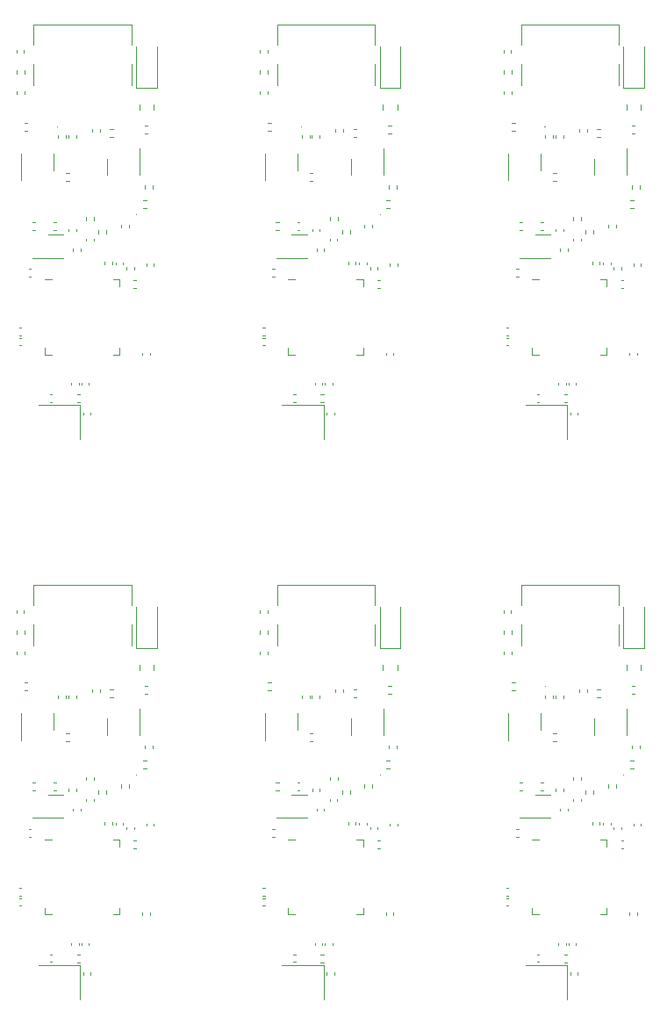
<source format=gbr>
%TF.GenerationSoftware,KiCad,Pcbnew,7.0.9*%
%TF.CreationDate,2024-05-10T15:48:25-04:00*%
%TF.ProjectId,panel,70616e65-6c2e-46b6-9963-61645f706362,rev?*%
%TF.SameCoordinates,Original*%
%TF.FileFunction,Legend,Top*%
%TF.FilePolarity,Positive*%
%FSLAX46Y46*%
G04 Gerber Fmt 4.6, Leading zero omitted, Abs format (unit mm)*
G04 Created by KiCad (PCBNEW 7.0.9) date 2024-05-10 15:48:25*
%MOMM*%
%LPD*%
G01*
G04 APERTURE LIST*
%ADD10C,0.120000*%
%ADD11C,0.100000*%
G04 APERTURE END LIST*
D10*
%TO.C,C4*%
X129912164Y-49480000D02*
X130127836Y-49480000D01*
X129912164Y-50200000D02*
X130127836Y-50200000D01*
%TO.C,C12*%
X176220000Y-102407836D02*
X176220000Y-102192164D01*
X176940000Y-102407836D02*
X176940000Y-102192164D01*
%TO.C,C2*%
X172570000Y-113352164D02*
X172570000Y-113567836D01*
X171850000Y-113352164D02*
X171850000Y-113567836D01*
%TO.C,R7*%
X124723641Y-115250000D02*
X124416359Y-115250000D01*
X124723641Y-114490000D02*
X124416359Y-114490000D01*
%TO.C,Y1*%
X171710000Y-118760000D02*
X171710000Y-115460000D01*
X171710000Y-115460000D02*
X167710000Y-115460000D01*
%TO.C,C1*%
X171030000Y-100627836D02*
X171030000Y-100412164D01*
X171750000Y-100627836D02*
X171750000Y-100412164D01*
%TO.C,C19*%
X170620000Y-98727836D02*
X170620000Y-98512164D01*
X171340000Y-98727836D02*
X171340000Y-98512164D01*
%TO.C,R6*%
X119356359Y-88270000D02*
X119663641Y-88270000D01*
X119356359Y-89030000D02*
X119663641Y-89030000D01*
%TO.C,C16*%
X169387836Y-98620000D02*
X169172164Y-98620000D01*
X169387836Y-97900000D02*
X169172164Y-97900000D01*
D11*
%TO.C,D2*%
X169620000Y-88650000D02*
G75*
G03*
X169620000Y-88650000I-50000J0D01*
G01*
D10*
%TO.C,C3*%
X174110000Y-101917836D02*
X174110000Y-101702164D01*
X174830000Y-101917836D02*
X174830000Y-101702164D01*
X127110000Y-101917836D02*
X127110000Y-101702164D01*
X127830000Y-101917836D02*
X127830000Y-101702164D01*
%TO.C,C11*%
X128170000Y-47957836D02*
X128170000Y-47742164D01*
X128890000Y-47957836D02*
X128890000Y-47742164D01*
%TO.C,F1*%
X131850000Y-86511422D02*
X131850000Y-87028578D01*
X130430000Y-86511422D02*
X130430000Y-87028578D01*
%TO.C,C6*%
X124600000Y-113342164D02*
X124600000Y-113557836D01*
X123880000Y-113342164D02*
X123880000Y-113557836D01*
%TO.C,R3*%
X131760000Y-40316359D02*
X131760000Y-40623641D01*
X131000000Y-40316359D02*
X131000000Y-40623641D01*
%TO.C,R8*%
X146856359Y-39140000D02*
X147163641Y-39140000D01*
X146856359Y-39900000D02*
X147163641Y-39900000D01*
%TO.C,C12*%
X129220000Y-102407836D02*
X129220000Y-102192164D01*
X129940000Y-102407836D02*
X129940000Y-102192164D01*
%TO.C,R3*%
X178760000Y-94316359D02*
X178760000Y-94623641D01*
X178000000Y-94316359D02*
X178000000Y-94623641D01*
%TO.C,C1*%
X124030000Y-46627836D02*
X124030000Y-46412164D01*
X124750000Y-46627836D02*
X124750000Y-46412164D01*
%TO.C,C14*%
X172730000Y-62202164D02*
X172730000Y-62417836D01*
X172010000Y-62202164D02*
X172010000Y-62417836D01*
%TO.C,U2*%
X143630000Y-47310000D02*
X146630000Y-47310000D01*
X145130000Y-45090000D02*
X146630000Y-45090000D01*
%TO.C,C16*%
X145887836Y-98620000D02*
X145672164Y-98620000D01*
X145887836Y-97900000D02*
X145672164Y-97900000D01*
%TO.C,C9*%
X166997836Y-49120000D02*
X166782164Y-49120000D01*
X166997836Y-48400000D02*
X166782164Y-48400000D01*
%TO.C,R8*%
X170356359Y-93140000D02*
X170663641Y-93140000D01*
X170356359Y-93900000D02*
X170663641Y-93900000D01*
%TO.C,C15*%
X121802164Y-114470000D02*
X122017836Y-114470000D01*
X121802164Y-115190000D02*
X122017836Y-115190000D01*
%TO.C,U1*%
X144815000Y-56620000D02*
X144815000Y-55970000D01*
X145465000Y-49400000D02*
X144815000Y-49400000D01*
X145465000Y-56620000D02*
X144815000Y-56620000D01*
X151385000Y-49400000D02*
X152035000Y-49400000D01*
X151385000Y-56620000D02*
X152035000Y-56620000D01*
X152035000Y-49400000D02*
X152035000Y-50050000D01*
X152035000Y-56620000D02*
X152035000Y-55970000D01*
%TO.C,J4*%
X176660000Y-84650000D02*
X176660000Y-82650000D01*
X176660000Y-80750000D02*
X176660000Y-78850000D01*
X176660000Y-78850000D02*
X167260000Y-78850000D01*
X167260000Y-84650000D02*
X167260000Y-82650000D01*
X167260000Y-80750000D02*
X167260000Y-78850000D01*
%TO.C,C10*%
X178110000Y-48077836D02*
X178110000Y-47862164D01*
X178830000Y-48077836D02*
X178830000Y-47862164D01*
%TO.C,C3*%
X150610000Y-47917836D02*
X150610000Y-47702164D01*
X151330000Y-47917836D02*
X151330000Y-47702164D01*
%TO.C,D3*%
X130150000Y-30937500D02*
X132150000Y-30937500D01*
X130150000Y-30937500D02*
X130150000Y-26927500D01*
X132150000Y-30937500D02*
X132150000Y-26927500D01*
%TO.C,R6*%
X142856359Y-88270000D02*
X143163641Y-88270000D01*
X142856359Y-89030000D02*
X143163641Y-89030000D01*
%TO.C,R7*%
X148223641Y-115250000D02*
X147916359Y-115250000D01*
X148223641Y-114490000D02*
X147916359Y-114490000D01*
%TO.C,R4*%
X154603641Y-96540000D02*
X154296359Y-96540000D01*
X154603641Y-95780000D02*
X154296359Y-95780000D01*
%TO.C,U1*%
X144815000Y-110620000D02*
X144815000Y-109970000D01*
X145465000Y-103400000D02*
X144815000Y-103400000D01*
X145465000Y-110620000D02*
X144815000Y-110620000D01*
X151385000Y-103400000D02*
X152035000Y-103400000D01*
X151385000Y-110620000D02*
X152035000Y-110620000D01*
X152035000Y-103400000D02*
X152035000Y-104050000D01*
X152035000Y-110620000D02*
X152035000Y-109970000D01*
%TO.C,C7*%
X178450000Y-110452164D02*
X178450000Y-110667836D01*
X177730000Y-110452164D02*
X177730000Y-110667836D01*
%TO.C,U2*%
X167130000Y-101310000D02*
X170130000Y-101310000D01*
X168630000Y-99090000D02*
X170130000Y-99090000D01*
%TO.C,C13*%
X142557836Y-54780000D02*
X142342164Y-54780000D01*
X142557836Y-54060000D02*
X142342164Y-54060000D01*
%TO.C,C11*%
X151670000Y-47957836D02*
X151670000Y-47742164D01*
X152390000Y-47957836D02*
X152390000Y-47742164D01*
%TO.C,C5*%
X172300000Y-99687836D02*
X172300000Y-99472164D01*
X173020000Y-99687836D02*
X173020000Y-99472164D01*
%TO.C,R14*%
X171350000Y-89466359D02*
X171350000Y-89773641D01*
X170590000Y-89466359D02*
X170590000Y-89773641D01*
%TO.C,R15*%
X154743641Y-35340000D02*
X154436359Y-35340000D01*
X154743641Y-34580000D02*
X154436359Y-34580000D01*
%TO.C,C1*%
X147530000Y-46627836D02*
X147530000Y-46412164D01*
X148250000Y-46627836D02*
X148250000Y-46412164D01*
%TO.C,FB1*%
X127606359Y-34930000D02*
X127913641Y-34930000D01*
X127606359Y-35690000D02*
X127913641Y-35690000D01*
%TO.C,R9*%
X167106359Y-43880000D02*
X167413641Y-43880000D01*
X167106359Y-44640000D02*
X167413641Y-44640000D01*
%TO.C,C1*%
X147530000Y-100627836D02*
X147530000Y-100412164D01*
X148250000Y-100627836D02*
X148250000Y-100412164D01*
%TO.C,F1*%
X155350000Y-86511422D02*
X155350000Y-87028578D01*
X153930000Y-86511422D02*
X153930000Y-87028578D01*
%TO.C,C16*%
X169387836Y-44620000D02*
X169172164Y-44620000D01*
X169387836Y-43900000D02*
X169172164Y-43900000D01*
%TO.C,C10*%
X131110000Y-102077836D02*
X131110000Y-101862164D01*
X131830000Y-102077836D02*
X131830000Y-101862164D01*
%TO.C,C4*%
X153412164Y-103480000D02*
X153627836Y-103480000D01*
X153412164Y-104200000D02*
X153627836Y-104200000D01*
%TO.C,C19*%
X170620000Y-44727836D02*
X170620000Y-44512164D01*
X171340000Y-44727836D02*
X171340000Y-44512164D01*
%TO.C,Q1*%
X166060000Y-92040000D02*
X166060000Y-93840000D01*
X166060000Y-92040000D02*
X166060000Y-91240000D01*
X169180000Y-92040000D02*
X169180000Y-92840000D01*
X169180000Y-92040000D02*
X169180000Y-91240000D01*
%TO.C,R11*%
X150140000Y-88876359D02*
X150140000Y-89183641D01*
X149380000Y-88876359D02*
X149380000Y-89183641D01*
%TO.C,C3*%
X174110000Y-47917836D02*
X174110000Y-47702164D01*
X174830000Y-47917836D02*
X174830000Y-47702164D01*
%TO.C,R2*%
X149990000Y-98963641D02*
X149990000Y-98656359D01*
X150750000Y-98963641D02*
X150750000Y-98656359D01*
%TO.C,R5*%
X176420000Y-98086359D02*
X176420000Y-98393641D01*
X175660000Y-98086359D02*
X175660000Y-98393641D01*
%TO.C,U1*%
X168315000Y-56620000D02*
X168315000Y-55970000D01*
X168965000Y-49400000D02*
X168315000Y-49400000D01*
X168965000Y-56620000D02*
X168315000Y-56620000D01*
X174885000Y-49400000D02*
X175535000Y-49400000D01*
X174885000Y-56620000D02*
X175535000Y-56620000D01*
X175535000Y-49400000D02*
X175535000Y-50050000D01*
X175535000Y-56620000D02*
X175535000Y-55970000D01*
%TO.C,Y1*%
X124710000Y-118760000D02*
X124710000Y-115460000D01*
X124710000Y-115460000D02*
X120710000Y-115460000D01*
%TO.C,R4*%
X178103641Y-42540000D02*
X177796359Y-42540000D01*
X178103641Y-41780000D02*
X177796359Y-41780000D01*
%TO.C,R10*%
X142080000Y-31543641D02*
X142080000Y-31236359D01*
X142840000Y-31543641D02*
X142840000Y-31236359D01*
%TO.C,R12*%
X166340000Y-83236359D02*
X166340000Y-83543641D01*
X165580000Y-83236359D02*
X165580000Y-83543641D01*
%TO.C,R8*%
X123356359Y-39140000D02*
X123663641Y-39140000D01*
X123356359Y-39900000D02*
X123663641Y-39900000D01*
%TO.C,U2*%
X143630000Y-101310000D02*
X146630000Y-101310000D01*
X145130000Y-99090000D02*
X146630000Y-99090000D01*
%TO.C,C1*%
X124030000Y-100627836D02*
X124030000Y-100412164D01*
X124750000Y-100627836D02*
X124750000Y-100412164D01*
D11*
%TO.C,D2*%
X146120000Y-34650000D02*
G75*
G03*
X146120000Y-34650000I-50000J0D01*
G01*
D10*
%TO.C,C2*%
X172570000Y-59352164D02*
X172570000Y-59567836D01*
X171850000Y-59352164D02*
X171850000Y-59567836D01*
%TO.C,R14*%
X147850000Y-89466359D02*
X147850000Y-89773641D01*
X147090000Y-89466359D02*
X147090000Y-89773641D01*
%TO.C,D3*%
X130150000Y-84937500D02*
X132150000Y-84937500D01*
X130150000Y-84937500D02*
X130150000Y-80927500D01*
X132150000Y-84937500D02*
X132150000Y-80927500D01*
%TO.C,R6*%
X166356359Y-88270000D02*
X166663641Y-88270000D01*
X166356359Y-89030000D02*
X166663641Y-89030000D01*
%TO.C,R13*%
X169620000Y-89773641D02*
X169620000Y-89466359D01*
X170380000Y-89773641D02*
X170380000Y-89466359D01*
%TO.C,R1*%
X148800000Y-97673641D02*
X148800000Y-97366359D01*
X149560000Y-97673641D02*
X149560000Y-97366359D01*
%TO.C,C6*%
X171600000Y-113342164D02*
X171600000Y-113557836D01*
X170880000Y-113342164D02*
X170880000Y-113557836D01*
%TO.C,C10*%
X131110000Y-48077836D02*
X131110000Y-47862164D01*
X131830000Y-48077836D02*
X131830000Y-47862164D01*
%TO.C,Y1*%
X124710000Y-64760000D02*
X124710000Y-61460000D01*
X124710000Y-61460000D02*
X120710000Y-61460000D01*
%TO.C,C14*%
X172730000Y-116202164D02*
X172730000Y-116417836D01*
X172010000Y-116202164D02*
X172010000Y-116417836D01*
%TO.C,R5*%
X152920000Y-98086359D02*
X152920000Y-98393641D01*
X152160000Y-98086359D02*
X152160000Y-98393641D01*
%TO.C,Y1*%
X148210000Y-118760000D02*
X148210000Y-115460000D01*
X148210000Y-115460000D02*
X144210000Y-115460000D01*
%TO.C,C15*%
X145302164Y-114470000D02*
X145517836Y-114470000D01*
X145302164Y-115190000D02*
X145517836Y-115190000D01*
%TO.C,R10*%
X165580000Y-31543641D02*
X165580000Y-31236359D01*
X166340000Y-31543641D02*
X166340000Y-31236359D01*
%TO.C,R6*%
X166356359Y-34270000D02*
X166663641Y-34270000D01*
X166356359Y-35030000D02*
X166663641Y-35030000D01*
%TO.C,C15*%
X145302164Y-60470000D02*
X145517836Y-60470000D01*
X145302164Y-61190000D02*
X145517836Y-61190000D01*
%TO.C,C6*%
X171600000Y-59342164D02*
X171600000Y-59557836D01*
X170880000Y-59342164D02*
X170880000Y-59557836D01*
%TO.C,F1*%
X178850000Y-32511422D02*
X178850000Y-33028578D01*
X177430000Y-32511422D02*
X177430000Y-33028578D01*
%TO.C,R15*%
X131243641Y-89340000D02*
X130936359Y-89340000D01*
X131243641Y-88580000D02*
X130936359Y-88580000D01*
%TO.C,R13*%
X169620000Y-35773641D02*
X169620000Y-35466359D01*
X170380000Y-35773641D02*
X170380000Y-35466359D01*
%TO.C,C12*%
X129220000Y-48407836D02*
X129220000Y-48192164D01*
X129940000Y-48407836D02*
X129940000Y-48192164D01*
%TO.C,C3*%
X150610000Y-101917836D02*
X150610000Y-101702164D01*
X151330000Y-101917836D02*
X151330000Y-101702164D01*
%TO.C,C7*%
X178450000Y-56452164D02*
X178450000Y-56667836D01*
X177730000Y-56452164D02*
X177730000Y-56667836D01*
%TO.C,J4*%
X129660000Y-30650000D02*
X129660000Y-28650000D01*
X129660000Y-26750000D02*
X129660000Y-24850000D01*
X129660000Y-24850000D02*
X120260000Y-24850000D01*
X120260000Y-30650000D02*
X120260000Y-28650000D01*
X120260000Y-26750000D02*
X120260000Y-24850000D01*
%TO.C,C7*%
X154950000Y-110452164D02*
X154950000Y-110667836D01*
X154230000Y-110452164D02*
X154230000Y-110667836D01*
%TO.C,R14*%
X124350000Y-89466359D02*
X124350000Y-89773641D01*
X123590000Y-89466359D02*
X123590000Y-89773641D01*
%TO.C,C15*%
X168802164Y-114470000D02*
X169017836Y-114470000D01*
X168802164Y-115190000D02*
X169017836Y-115190000D01*
%TO.C,R8*%
X146856359Y-93140000D02*
X147163641Y-93140000D01*
X146856359Y-93900000D02*
X147163641Y-93900000D01*
%TO.C,R2*%
X173490000Y-98963641D02*
X173490000Y-98656359D01*
X174250000Y-98963641D02*
X174250000Y-98656359D01*
%TO.C,C6*%
X124600000Y-59342164D02*
X124600000Y-59557836D01*
X123880000Y-59342164D02*
X123880000Y-59557836D01*
%TO.C,U2*%
X120130000Y-47310000D02*
X123130000Y-47310000D01*
X121630000Y-45090000D02*
X123130000Y-45090000D01*
%TO.C,C13*%
X166057836Y-54780000D02*
X165842164Y-54780000D01*
X166057836Y-54060000D02*
X165842164Y-54060000D01*
%TO.C,R5*%
X176420000Y-44086359D02*
X176420000Y-44393641D01*
X175660000Y-44086359D02*
X175660000Y-44393641D01*
%TO.C,C2*%
X125570000Y-59352164D02*
X125570000Y-59567836D01*
X124850000Y-59352164D02*
X124850000Y-59567836D01*
%TO.C,R11*%
X126640000Y-34876359D02*
X126640000Y-35183641D01*
X125880000Y-34876359D02*
X125880000Y-35183641D01*
%TO.C,U2*%
X167130000Y-47310000D02*
X170130000Y-47310000D01*
X168630000Y-45090000D02*
X170130000Y-45090000D01*
%TO.C,C16*%
X122387836Y-98620000D02*
X122172164Y-98620000D01*
X122387836Y-97900000D02*
X122172164Y-97900000D01*
%TO.C,U1*%
X121315000Y-110620000D02*
X121315000Y-109970000D01*
X121965000Y-103400000D02*
X121315000Y-103400000D01*
X121965000Y-110620000D02*
X121315000Y-110620000D01*
X127885000Y-103400000D02*
X128535000Y-103400000D01*
X127885000Y-110620000D02*
X128535000Y-110620000D01*
X128535000Y-103400000D02*
X128535000Y-104050000D01*
X128535000Y-110620000D02*
X128535000Y-109970000D01*
%TO.C,FB1*%
X174606359Y-88930000D02*
X174913641Y-88930000D01*
X174606359Y-89690000D02*
X174913641Y-89690000D01*
%TO.C,R3*%
X155260000Y-94316359D02*
X155260000Y-94623641D01*
X154500000Y-94316359D02*
X154500000Y-94623641D01*
%TO.C,C12*%
X152720000Y-48407836D02*
X152720000Y-48192164D01*
X153440000Y-48407836D02*
X153440000Y-48192164D01*
%TO.C,R7*%
X124723641Y-61250000D02*
X124416359Y-61250000D01*
X124723641Y-60490000D02*
X124416359Y-60490000D01*
%TO.C,R11*%
X150140000Y-34876359D02*
X150140000Y-35183641D01*
X149380000Y-34876359D02*
X149380000Y-35183641D01*
%TO.C,D3*%
X177150000Y-30937500D02*
X179150000Y-30937500D01*
X177150000Y-30937500D02*
X177150000Y-26927500D01*
X179150000Y-30937500D02*
X179150000Y-26927500D01*
%TO.C,R15*%
X154743641Y-89340000D02*
X154436359Y-89340000D01*
X154743641Y-88580000D02*
X154436359Y-88580000D01*
%TO.C,Q1*%
X119060000Y-92040000D02*
X119060000Y-93840000D01*
X119060000Y-92040000D02*
X119060000Y-91240000D01*
X122180000Y-92040000D02*
X122180000Y-92840000D01*
X122180000Y-92040000D02*
X122180000Y-91240000D01*
X142560000Y-38040000D02*
X142560000Y-39840000D01*
X142560000Y-38040000D02*
X142560000Y-37240000D01*
X145680000Y-38040000D02*
X145680000Y-38840000D01*
X145680000Y-38040000D02*
X145680000Y-37240000D01*
%TO.C,R3*%
X178760000Y-40316359D02*
X178760000Y-40623641D01*
X178000000Y-40316359D02*
X178000000Y-40623641D01*
%TO.C,R1*%
X172300000Y-43673641D02*
X172300000Y-43366359D01*
X173060000Y-43673641D02*
X173060000Y-43366359D01*
%TO.C,C2*%
X125570000Y-113352164D02*
X125570000Y-113567836D01*
X124850000Y-113352164D02*
X124850000Y-113567836D01*
D11*
%TO.C,D1*%
X153700000Y-43160000D02*
G75*
G03*
X153700000Y-43160000I-50000J0D01*
G01*
D10*
%TO.C,R12*%
X166340000Y-29236359D02*
X166340000Y-29543641D01*
X165580000Y-29236359D02*
X165580000Y-29543641D01*
%TO.C,R2*%
X126490000Y-98963641D02*
X126490000Y-98656359D01*
X127250000Y-98963641D02*
X127250000Y-98656359D01*
%TO.C,C7*%
X131450000Y-56452164D02*
X131450000Y-56667836D01*
X130730000Y-56452164D02*
X130730000Y-56667836D01*
%TO.C,U3*%
X130480000Y-38540000D02*
X130480000Y-36740000D01*
X130480000Y-38540000D02*
X130480000Y-39340000D01*
X127360000Y-38540000D02*
X127360000Y-37740000D01*
X127360000Y-38540000D02*
X127360000Y-39340000D01*
%TO.C,R5*%
X129420000Y-98086359D02*
X129420000Y-98393641D01*
X128660000Y-98086359D02*
X128660000Y-98393641D01*
%TO.C,Q1*%
X119060000Y-38040000D02*
X119060000Y-39840000D01*
X119060000Y-38040000D02*
X119060000Y-37240000D01*
X122180000Y-38040000D02*
X122180000Y-38840000D01*
X122180000Y-38040000D02*
X122180000Y-37240000D01*
%TO.C,R7*%
X148223641Y-61250000D02*
X147916359Y-61250000D01*
X148223641Y-60490000D02*
X147916359Y-60490000D01*
%TO.C,R1*%
X148800000Y-43673641D02*
X148800000Y-43366359D01*
X149560000Y-43673641D02*
X149560000Y-43366359D01*
%TO.C,F1*%
X178850000Y-86511422D02*
X178850000Y-87028578D01*
X177430000Y-86511422D02*
X177430000Y-87028578D01*
%TO.C,C17*%
X165580000Y-27507836D02*
X165580000Y-27292164D01*
X166300000Y-27507836D02*
X166300000Y-27292164D01*
%TO.C,R12*%
X119340000Y-29236359D02*
X119340000Y-29543641D01*
X118580000Y-29236359D02*
X118580000Y-29543641D01*
%TO.C,C8*%
X142557836Y-55760000D02*
X142342164Y-55760000D01*
X142557836Y-55040000D02*
X142342164Y-55040000D01*
%TO.C,C13*%
X142557836Y-108780000D02*
X142342164Y-108780000D01*
X142557836Y-108060000D02*
X142342164Y-108060000D01*
%TO.C,R9*%
X167106359Y-97880000D02*
X167413641Y-97880000D01*
X167106359Y-98640000D02*
X167413641Y-98640000D01*
D11*
%TO.C,D1*%
X177200000Y-97160000D02*
G75*
G03*
X177200000Y-97160000I-50000J0D01*
G01*
D10*
%TO.C,J4*%
X153160000Y-30650000D02*
X153160000Y-28650000D01*
X153160000Y-26750000D02*
X153160000Y-24850000D01*
X153160000Y-24850000D02*
X143760000Y-24850000D01*
X143760000Y-30650000D02*
X143760000Y-28650000D01*
X143760000Y-26750000D02*
X143760000Y-24850000D01*
%TO.C,C9*%
X143497836Y-49120000D02*
X143282164Y-49120000D01*
X143497836Y-48400000D02*
X143282164Y-48400000D01*
%TO.C,C11*%
X175170000Y-47957836D02*
X175170000Y-47742164D01*
X175890000Y-47957836D02*
X175890000Y-47742164D01*
%TO.C,U3*%
X177480000Y-38540000D02*
X177480000Y-36740000D01*
X177480000Y-38540000D02*
X177480000Y-39340000D01*
X174360000Y-38540000D02*
X174360000Y-37740000D01*
X174360000Y-38540000D02*
X174360000Y-39340000D01*
%TO.C,R15*%
X178243641Y-35340000D02*
X177936359Y-35340000D01*
X178243641Y-34580000D02*
X177936359Y-34580000D01*
%TO.C,C17*%
X142080000Y-27507836D02*
X142080000Y-27292164D01*
X142800000Y-27507836D02*
X142800000Y-27292164D01*
%TO.C,U1*%
X168315000Y-110620000D02*
X168315000Y-109970000D01*
X168965000Y-103400000D02*
X168315000Y-103400000D01*
X168965000Y-110620000D02*
X168315000Y-110620000D01*
X174885000Y-103400000D02*
X175535000Y-103400000D01*
X174885000Y-110620000D02*
X175535000Y-110620000D01*
X175535000Y-103400000D02*
X175535000Y-104050000D01*
X175535000Y-110620000D02*
X175535000Y-109970000D01*
D11*
%TO.C,D1*%
X130200000Y-43160000D02*
G75*
G03*
X130200000Y-43160000I-50000J0D01*
G01*
D10*
%TO.C,R14*%
X171350000Y-35466359D02*
X171350000Y-35773641D01*
X170590000Y-35466359D02*
X170590000Y-35773641D01*
%TO.C,C4*%
X176912164Y-49480000D02*
X177127836Y-49480000D01*
X176912164Y-50200000D02*
X177127836Y-50200000D01*
X129912164Y-103480000D02*
X130127836Y-103480000D01*
X129912164Y-104200000D02*
X130127836Y-104200000D01*
%TO.C,C1*%
X171030000Y-46627836D02*
X171030000Y-46412164D01*
X171750000Y-46627836D02*
X171750000Y-46412164D01*
%TO.C,R9*%
X143606359Y-97880000D02*
X143913641Y-97880000D01*
X143606359Y-98640000D02*
X143913641Y-98640000D01*
%TO.C,C17*%
X118580000Y-81507836D02*
X118580000Y-81292164D01*
X119300000Y-81507836D02*
X119300000Y-81292164D01*
%TO.C,R13*%
X122620000Y-89773641D02*
X122620000Y-89466359D01*
X123380000Y-89773641D02*
X123380000Y-89466359D01*
%TO.C,Y1*%
X171710000Y-64760000D02*
X171710000Y-61460000D01*
X171710000Y-61460000D02*
X167710000Y-61460000D01*
%TO.C,R7*%
X171723641Y-61250000D02*
X171416359Y-61250000D01*
X171723641Y-60490000D02*
X171416359Y-60490000D01*
%TO.C,R6*%
X142856359Y-34270000D02*
X143163641Y-34270000D01*
X142856359Y-35030000D02*
X143163641Y-35030000D01*
%TO.C,R2*%
X126490000Y-44963641D02*
X126490000Y-44656359D01*
X127250000Y-44963641D02*
X127250000Y-44656359D01*
%TO.C,R1*%
X125300000Y-43673641D02*
X125300000Y-43366359D01*
X126060000Y-43673641D02*
X126060000Y-43366359D01*
%TO.C,Q1*%
X142560000Y-92040000D02*
X142560000Y-93840000D01*
X142560000Y-92040000D02*
X142560000Y-91240000D01*
X145680000Y-92040000D02*
X145680000Y-92840000D01*
X145680000Y-92040000D02*
X145680000Y-91240000D01*
%TO.C,C9*%
X119997836Y-103120000D02*
X119782164Y-103120000D01*
X119997836Y-102400000D02*
X119782164Y-102400000D01*
%TO.C,C5*%
X125300000Y-45687836D02*
X125300000Y-45472164D01*
X126020000Y-45687836D02*
X126020000Y-45472164D01*
%TO.C,C9*%
X119997836Y-49120000D02*
X119782164Y-49120000D01*
X119997836Y-48400000D02*
X119782164Y-48400000D01*
%TO.C,R7*%
X171723641Y-115250000D02*
X171416359Y-115250000D01*
X171723641Y-114490000D02*
X171416359Y-114490000D01*
%TO.C,C19*%
X123620000Y-98727836D02*
X123620000Y-98512164D01*
X124340000Y-98727836D02*
X124340000Y-98512164D01*
%TO.C,R8*%
X170356359Y-39140000D02*
X170663641Y-39140000D01*
X170356359Y-39900000D02*
X170663641Y-39900000D01*
%TO.C,C6*%
X148100000Y-59342164D02*
X148100000Y-59557836D01*
X147380000Y-59342164D02*
X147380000Y-59557836D01*
%TO.C,C19*%
X123620000Y-44727836D02*
X123620000Y-44512164D01*
X124340000Y-44727836D02*
X124340000Y-44512164D01*
%TO.C,C11*%
X128170000Y-101957836D02*
X128170000Y-101742164D01*
X128890000Y-101957836D02*
X128890000Y-101742164D01*
%TO.C,R12*%
X119340000Y-83236359D02*
X119340000Y-83543641D01*
X118580000Y-83236359D02*
X118580000Y-83543641D01*
%TO.C,R10*%
X165580000Y-85543641D02*
X165580000Y-85236359D01*
X166340000Y-85543641D02*
X166340000Y-85236359D01*
%TO.C,R2*%
X173490000Y-44963641D02*
X173490000Y-44656359D01*
X174250000Y-44963641D02*
X174250000Y-44656359D01*
%TO.C,C15*%
X168802164Y-60470000D02*
X169017836Y-60470000D01*
X168802164Y-61190000D02*
X169017836Y-61190000D01*
%TO.C,C16*%
X145887836Y-44620000D02*
X145672164Y-44620000D01*
X145887836Y-43900000D02*
X145672164Y-43900000D01*
%TO.C,C12*%
X176220000Y-48407836D02*
X176220000Y-48192164D01*
X176940000Y-48407836D02*
X176940000Y-48192164D01*
%TO.C,R10*%
X142080000Y-85543641D02*
X142080000Y-85236359D01*
X142840000Y-85543641D02*
X142840000Y-85236359D01*
%TO.C,C7*%
X131450000Y-110452164D02*
X131450000Y-110667836D01*
X130730000Y-110452164D02*
X130730000Y-110667836D01*
%TO.C,C19*%
X147120000Y-98727836D02*
X147120000Y-98512164D01*
X147840000Y-98727836D02*
X147840000Y-98512164D01*
D11*
%TO.C,D1*%
X153700000Y-97160000D02*
G75*
G03*
X153700000Y-97160000I-50000J0D01*
G01*
D10*
%TO.C,C5*%
X125300000Y-99687836D02*
X125300000Y-99472164D01*
X126020000Y-99687836D02*
X126020000Y-99472164D01*
%TO.C,C6*%
X148100000Y-113342164D02*
X148100000Y-113557836D01*
X147380000Y-113342164D02*
X147380000Y-113557836D01*
%TO.C,R3*%
X131760000Y-94316359D02*
X131760000Y-94623641D01*
X131000000Y-94316359D02*
X131000000Y-94623641D01*
%TO.C,C8*%
X119057836Y-109760000D02*
X118842164Y-109760000D01*
X119057836Y-109040000D02*
X118842164Y-109040000D01*
%TO.C,U3*%
X130480000Y-92540000D02*
X130480000Y-90740000D01*
X130480000Y-92540000D02*
X130480000Y-93340000D01*
X127360000Y-92540000D02*
X127360000Y-91740000D01*
X127360000Y-92540000D02*
X127360000Y-93340000D01*
%TO.C,C8*%
X119057836Y-55760000D02*
X118842164Y-55760000D01*
X119057836Y-55040000D02*
X118842164Y-55040000D01*
%TO.C,C4*%
X176912164Y-103480000D02*
X177127836Y-103480000D01*
X176912164Y-104200000D02*
X177127836Y-104200000D01*
%TO.C,FB1*%
X127606359Y-88930000D02*
X127913641Y-88930000D01*
X127606359Y-89690000D02*
X127913641Y-89690000D01*
%TO.C,F1*%
X155350000Y-32511422D02*
X155350000Y-33028578D01*
X153930000Y-32511422D02*
X153930000Y-33028578D01*
D11*
%TO.C,D2*%
X122620000Y-88650000D02*
G75*
G03*
X122620000Y-88650000I-50000J0D01*
G01*
D10*
%TO.C,R1*%
X125300000Y-97673641D02*
X125300000Y-97366359D01*
X126060000Y-97673641D02*
X126060000Y-97366359D01*
%TO.C,R13*%
X146120000Y-89773641D02*
X146120000Y-89466359D01*
X146880000Y-89773641D02*
X146880000Y-89466359D01*
D11*
%TO.C,D2*%
X146120000Y-88650000D02*
G75*
G03*
X146120000Y-88650000I-50000J0D01*
G01*
D10*
%TO.C,R13*%
X146120000Y-35773641D02*
X146120000Y-35466359D01*
X146880000Y-35773641D02*
X146880000Y-35466359D01*
%TO.C,FB1*%
X151106359Y-88930000D02*
X151413641Y-88930000D01*
X151106359Y-89690000D02*
X151413641Y-89690000D01*
%TO.C,R10*%
X118580000Y-31543641D02*
X118580000Y-31236359D01*
X119340000Y-31543641D02*
X119340000Y-31236359D01*
%TO.C,FB1*%
X151106359Y-34930000D02*
X151413641Y-34930000D01*
X151106359Y-35690000D02*
X151413641Y-35690000D01*
%TO.C,C10*%
X178110000Y-102077836D02*
X178110000Y-101862164D01*
X178830000Y-102077836D02*
X178830000Y-101862164D01*
D11*
%TO.C,D1*%
X130200000Y-97160000D02*
G75*
G03*
X130200000Y-97160000I-50000J0D01*
G01*
D10*
%TO.C,C2*%
X149070000Y-59352164D02*
X149070000Y-59567836D01*
X148350000Y-59352164D02*
X148350000Y-59567836D01*
%TO.C,R12*%
X142840000Y-29236359D02*
X142840000Y-29543641D01*
X142080000Y-29236359D02*
X142080000Y-29543641D01*
%TO.C,R11*%
X173640000Y-88876359D02*
X173640000Y-89183641D01*
X172880000Y-88876359D02*
X172880000Y-89183641D01*
%TO.C,J4*%
X129660000Y-84650000D02*
X129660000Y-82650000D01*
X129660000Y-80750000D02*
X129660000Y-78850000D01*
X129660000Y-78850000D02*
X120260000Y-78850000D01*
X120260000Y-84650000D02*
X120260000Y-82650000D01*
X120260000Y-80750000D02*
X120260000Y-78850000D01*
%TO.C,R1*%
X172300000Y-97673641D02*
X172300000Y-97366359D01*
X173060000Y-97673641D02*
X173060000Y-97366359D01*
%TO.C,R8*%
X123356359Y-93140000D02*
X123663641Y-93140000D01*
X123356359Y-93900000D02*
X123663641Y-93900000D01*
%TO.C,U3*%
X177480000Y-92540000D02*
X177480000Y-90740000D01*
X177480000Y-92540000D02*
X177480000Y-93340000D01*
X174360000Y-92540000D02*
X174360000Y-91740000D01*
X174360000Y-92540000D02*
X174360000Y-93340000D01*
%TO.C,C5*%
X148800000Y-99687836D02*
X148800000Y-99472164D01*
X149520000Y-99687836D02*
X149520000Y-99472164D01*
%TO.C,U1*%
X121315000Y-56620000D02*
X121315000Y-55970000D01*
X121965000Y-49400000D02*
X121315000Y-49400000D01*
X121965000Y-56620000D02*
X121315000Y-56620000D01*
X127885000Y-49400000D02*
X128535000Y-49400000D01*
X127885000Y-56620000D02*
X128535000Y-56620000D01*
X128535000Y-49400000D02*
X128535000Y-50050000D01*
X128535000Y-56620000D02*
X128535000Y-55970000D01*
%TO.C,C16*%
X122387836Y-44620000D02*
X122172164Y-44620000D01*
X122387836Y-43900000D02*
X122172164Y-43900000D01*
%TO.C,C5*%
X172300000Y-45687836D02*
X172300000Y-45472164D01*
X173020000Y-45687836D02*
X173020000Y-45472164D01*
%TO.C,R5*%
X129420000Y-44086359D02*
X129420000Y-44393641D01*
X128660000Y-44086359D02*
X128660000Y-44393641D01*
%TO.C,C14*%
X149230000Y-62202164D02*
X149230000Y-62417836D01*
X148510000Y-62202164D02*
X148510000Y-62417836D01*
%TO.C,Y1*%
X148210000Y-64760000D02*
X148210000Y-61460000D01*
X148210000Y-61460000D02*
X144210000Y-61460000D01*
%TO.C,C14*%
X125730000Y-62202164D02*
X125730000Y-62417836D01*
X125010000Y-62202164D02*
X125010000Y-62417836D01*
%TO.C,R9*%
X120106359Y-97880000D02*
X120413641Y-97880000D01*
X120106359Y-98640000D02*
X120413641Y-98640000D01*
%TO.C,C10*%
X154610000Y-48077836D02*
X154610000Y-47862164D01*
X155330000Y-48077836D02*
X155330000Y-47862164D01*
%TO.C,D3*%
X153650000Y-84937500D02*
X155650000Y-84937500D01*
X153650000Y-84937500D02*
X153650000Y-80927500D01*
X155650000Y-84937500D02*
X155650000Y-80927500D01*
%TO.C,C8*%
X166057836Y-109760000D02*
X165842164Y-109760000D01*
X166057836Y-109040000D02*
X165842164Y-109040000D01*
%TO.C,C4*%
X153412164Y-49480000D02*
X153627836Y-49480000D01*
X153412164Y-50200000D02*
X153627836Y-50200000D01*
%TO.C,C17*%
X165580000Y-81507836D02*
X165580000Y-81292164D01*
X166300000Y-81507836D02*
X166300000Y-81292164D01*
%TO.C,C9*%
X166997836Y-103120000D02*
X166782164Y-103120000D01*
X166997836Y-102400000D02*
X166782164Y-102400000D01*
%TO.C,R9*%
X143606359Y-43880000D02*
X143913641Y-43880000D01*
X143606359Y-44640000D02*
X143913641Y-44640000D01*
%TO.C,R4*%
X131103641Y-42540000D02*
X130796359Y-42540000D01*
X131103641Y-41780000D02*
X130796359Y-41780000D01*
%TO.C,C5*%
X148800000Y-45687836D02*
X148800000Y-45472164D01*
X149520000Y-45687836D02*
X149520000Y-45472164D01*
%TO.C,C9*%
X143497836Y-103120000D02*
X143282164Y-103120000D01*
X143497836Y-102400000D02*
X143282164Y-102400000D01*
%TO.C,C13*%
X166057836Y-108780000D02*
X165842164Y-108780000D01*
X166057836Y-108060000D02*
X165842164Y-108060000D01*
%TO.C,C10*%
X154610000Y-102077836D02*
X154610000Y-101862164D01*
X155330000Y-102077836D02*
X155330000Y-101862164D01*
%TO.C,C15*%
X121802164Y-60470000D02*
X122017836Y-60470000D01*
X121802164Y-61190000D02*
X122017836Y-61190000D01*
%TO.C,R5*%
X152920000Y-44086359D02*
X152920000Y-44393641D01*
X152160000Y-44086359D02*
X152160000Y-44393641D01*
%TO.C,C3*%
X127110000Y-47917836D02*
X127110000Y-47702164D01*
X127830000Y-47917836D02*
X127830000Y-47702164D01*
%TO.C,C8*%
X142557836Y-109760000D02*
X142342164Y-109760000D01*
X142557836Y-109040000D02*
X142342164Y-109040000D01*
%TO.C,C13*%
X119057836Y-54780000D02*
X118842164Y-54780000D01*
X119057836Y-54060000D02*
X118842164Y-54060000D01*
%TO.C,C17*%
X118580000Y-27507836D02*
X118580000Y-27292164D01*
X119300000Y-27507836D02*
X119300000Y-27292164D01*
%TO.C,R11*%
X126640000Y-88876359D02*
X126640000Y-89183641D01*
X125880000Y-88876359D02*
X125880000Y-89183641D01*
%TO.C,R6*%
X119356359Y-34270000D02*
X119663641Y-34270000D01*
X119356359Y-35030000D02*
X119663641Y-35030000D01*
%TO.C,R10*%
X118580000Y-85543641D02*
X118580000Y-85236359D01*
X119340000Y-85543641D02*
X119340000Y-85236359D01*
%TO.C,R4*%
X178103641Y-96540000D02*
X177796359Y-96540000D01*
X178103641Y-95780000D02*
X177796359Y-95780000D01*
%TO.C,C7*%
X154950000Y-56452164D02*
X154950000Y-56667836D01*
X154230000Y-56452164D02*
X154230000Y-56667836D01*
D11*
%TO.C,D1*%
X177200000Y-43160000D02*
G75*
G03*
X177200000Y-43160000I-50000J0D01*
G01*
D10*
%TO.C,J4*%
X176660000Y-30650000D02*
X176660000Y-28650000D01*
X176660000Y-26750000D02*
X176660000Y-24850000D01*
X176660000Y-24850000D02*
X167260000Y-24850000D01*
X167260000Y-30650000D02*
X167260000Y-28650000D01*
X167260000Y-26750000D02*
X167260000Y-24850000D01*
X153160000Y-84650000D02*
X153160000Y-82650000D01*
X153160000Y-80750000D02*
X153160000Y-78850000D01*
X153160000Y-78850000D02*
X143760000Y-78850000D01*
X143760000Y-84650000D02*
X143760000Y-82650000D01*
X143760000Y-80750000D02*
X143760000Y-78850000D01*
D11*
%TO.C,D2*%
X169620000Y-34650000D02*
G75*
G03*
X169620000Y-34650000I-50000J0D01*
G01*
D10*
%TO.C,R3*%
X155260000Y-40316359D02*
X155260000Y-40623641D01*
X154500000Y-40316359D02*
X154500000Y-40623641D01*
%TO.C,D3*%
X177150000Y-84937500D02*
X179150000Y-84937500D01*
X177150000Y-84937500D02*
X177150000Y-80927500D01*
X179150000Y-84937500D02*
X179150000Y-80927500D01*
%TO.C,FB1*%
X174606359Y-34930000D02*
X174913641Y-34930000D01*
X174606359Y-35690000D02*
X174913641Y-35690000D01*
%TO.C,C8*%
X166057836Y-55760000D02*
X165842164Y-55760000D01*
X166057836Y-55040000D02*
X165842164Y-55040000D01*
%TO.C,R11*%
X173640000Y-34876359D02*
X173640000Y-35183641D01*
X172880000Y-34876359D02*
X172880000Y-35183641D01*
%TO.C,C17*%
X142080000Y-81507836D02*
X142080000Y-81292164D01*
X142800000Y-81507836D02*
X142800000Y-81292164D01*
%TO.C,R12*%
X142840000Y-83236359D02*
X142840000Y-83543641D01*
X142080000Y-83236359D02*
X142080000Y-83543641D01*
%TO.C,C11*%
X175170000Y-101957836D02*
X175170000Y-101742164D01*
X175890000Y-101957836D02*
X175890000Y-101742164D01*
%TO.C,C12*%
X152720000Y-102407836D02*
X152720000Y-102192164D01*
X153440000Y-102407836D02*
X153440000Y-102192164D01*
%TO.C,R14*%
X147850000Y-35466359D02*
X147850000Y-35773641D01*
X147090000Y-35466359D02*
X147090000Y-35773641D01*
%TO.C,C14*%
X149230000Y-116202164D02*
X149230000Y-116417836D01*
X148510000Y-116202164D02*
X148510000Y-116417836D01*
%TO.C,R2*%
X149990000Y-44963641D02*
X149990000Y-44656359D01*
X150750000Y-44963641D02*
X150750000Y-44656359D01*
%TO.C,U3*%
X153980000Y-38540000D02*
X153980000Y-36740000D01*
X153980000Y-38540000D02*
X153980000Y-39340000D01*
X150860000Y-38540000D02*
X150860000Y-37740000D01*
X150860000Y-38540000D02*
X150860000Y-39340000D01*
%TO.C,R15*%
X131243641Y-35340000D02*
X130936359Y-35340000D01*
X131243641Y-34580000D02*
X130936359Y-34580000D01*
%TO.C,C19*%
X147120000Y-44727836D02*
X147120000Y-44512164D01*
X147840000Y-44727836D02*
X147840000Y-44512164D01*
%TO.C,C13*%
X119057836Y-108780000D02*
X118842164Y-108780000D01*
X119057836Y-108060000D02*
X118842164Y-108060000D01*
%TO.C,Q1*%
X166060000Y-38040000D02*
X166060000Y-39840000D01*
X166060000Y-38040000D02*
X166060000Y-37240000D01*
X169180000Y-38040000D02*
X169180000Y-38840000D01*
X169180000Y-38040000D02*
X169180000Y-37240000D01*
%TO.C,R4*%
X131103641Y-96540000D02*
X130796359Y-96540000D01*
X131103641Y-95780000D02*
X130796359Y-95780000D01*
%TO.C,R9*%
X120106359Y-43880000D02*
X120413641Y-43880000D01*
X120106359Y-44640000D02*
X120413641Y-44640000D01*
%TO.C,R13*%
X122620000Y-35773641D02*
X122620000Y-35466359D01*
X123380000Y-35773641D02*
X123380000Y-35466359D01*
D11*
%TO.C,D2*%
X122620000Y-34650000D02*
G75*
G03*
X122620000Y-34650000I-50000J0D01*
G01*
D10*
%TO.C,C14*%
X125730000Y-116202164D02*
X125730000Y-116417836D01*
X125010000Y-116202164D02*
X125010000Y-116417836D01*
%TO.C,D3*%
X153650000Y-30937500D02*
X155650000Y-30937500D01*
X153650000Y-30937500D02*
X153650000Y-26927500D01*
X155650000Y-30937500D02*
X155650000Y-26927500D01*
%TO.C,C2*%
X149070000Y-113352164D02*
X149070000Y-113567836D01*
X148350000Y-113352164D02*
X148350000Y-113567836D01*
%TO.C,R15*%
X178243641Y-89340000D02*
X177936359Y-89340000D01*
X178243641Y-88580000D02*
X177936359Y-88580000D01*
%TO.C,U3*%
X153980000Y-92540000D02*
X153980000Y-90740000D01*
X153980000Y-92540000D02*
X153980000Y-93340000D01*
X150860000Y-92540000D02*
X150860000Y-91740000D01*
X150860000Y-92540000D02*
X150860000Y-93340000D01*
%TO.C,C11*%
X151670000Y-101957836D02*
X151670000Y-101742164D01*
X152390000Y-101957836D02*
X152390000Y-101742164D01*
%TO.C,R4*%
X154603641Y-42540000D02*
X154296359Y-42540000D01*
X154603641Y-41780000D02*
X154296359Y-41780000D01*
%TO.C,U2*%
X120130000Y-101310000D02*
X123130000Y-101310000D01*
X121630000Y-99090000D02*
X123130000Y-99090000D01*
%TO.C,F1*%
X131850000Y-32511422D02*
X131850000Y-33028578D01*
X130430000Y-32511422D02*
X130430000Y-33028578D01*
%TO.C,R14*%
X124350000Y-35466359D02*
X124350000Y-35773641D01*
X123590000Y-35466359D02*
X123590000Y-35773641D01*
%TD*%
M02*

</source>
